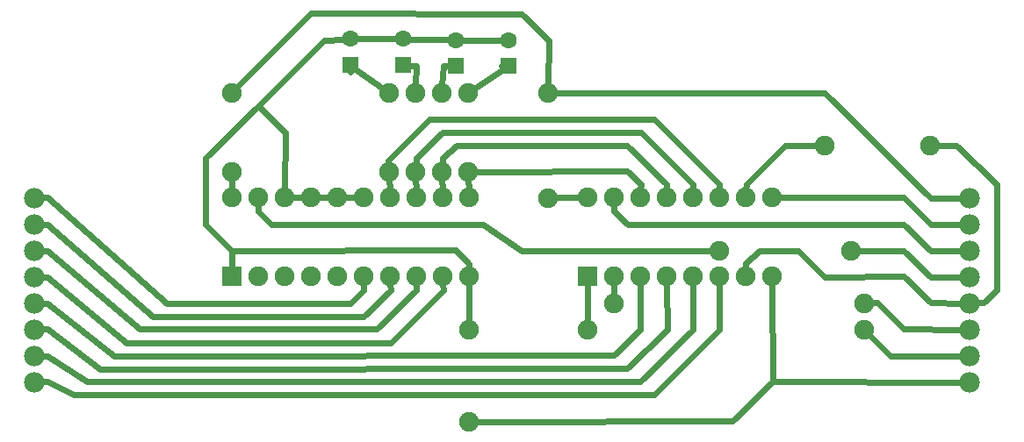
<source format=gbl>
G04 MADE WITH FRITZING*
G04 WWW.FRITZING.ORG*
G04 SINGLE SIDED*
G04 HOLES NOT PLATED*
G04 CONTOUR ON CENTER OF CONTOUR VECTOR*
%ASAXBY*%
%FSLAX23Y23*%
%MOIN*%
%OFA0B0*%
%SFA1.0B1.0*%
%ADD10C,0.078000*%
%ADD11C,0.075000*%
%ADD12C,0.062992*%
%ADD13R,0.075000X0.075000*%
%ADD14R,0.062992X0.062992*%
%ADD15C,0.024000*%
%LNCOPPER0*%
G90*
G70*
G54D10*
X3730Y984D03*
X3730Y884D03*
X3730Y784D03*
X3730Y684D03*
X3730Y584D03*
X3730Y484D03*
X3730Y384D03*
X3730Y284D03*
G54D11*
X2280Y484D03*
X3330Y484D03*
X2380Y584D03*
X3330Y584D03*
X2780Y784D03*
X3280Y784D03*
X2130Y984D03*
X2130Y1384D03*
X3180Y1184D03*
X3580Y1184D03*
X930Y1084D03*
X930Y1384D03*
X1830Y134D03*
X1830Y484D03*
X1724Y1084D03*
X1724Y1384D03*
X1524Y1084D03*
X1524Y1384D03*
X1624Y1084D03*
X1624Y1384D03*
X1824Y1084D03*
X1824Y1384D03*
G54D10*
X180Y984D03*
X180Y884D03*
X180Y784D03*
X180Y684D03*
X180Y584D03*
X180Y484D03*
X180Y384D03*
X180Y284D03*
G54D11*
X929Y687D03*
X929Y987D03*
X1029Y687D03*
X1029Y987D03*
X1129Y687D03*
X1129Y987D03*
X1229Y687D03*
X1229Y987D03*
X1329Y687D03*
X1329Y987D03*
X1429Y687D03*
X1429Y987D03*
X1529Y687D03*
X1529Y987D03*
X1629Y687D03*
X1629Y987D03*
X1729Y687D03*
X1729Y987D03*
X1829Y687D03*
X1829Y987D03*
X2279Y687D03*
X2279Y987D03*
X2379Y687D03*
X2379Y987D03*
X2479Y687D03*
X2479Y987D03*
X2579Y687D03*
X2579Y987D03*
X2679Y687D03*
X2679Y987D03*
X2779Y687D03*
X2779Y987D03*
X2879Y687D03*
X2879Y987D03*
X2979Y687D03*
X2979Y987D03*
G54D12*
X1980Y1486D03*
X1980Y1584D03*
X1380Y1490D03*
X1380Y1589D03*
X1580Y1490D03*
X1580Y1589D03*
X1780Y1486D03*
X1780Y1584D03*
G54D13*
X929Y687D03*
X2279Y687D03*
G54D14*
X1980Y1486D03*
X1380Y1490D03*
X1580Y1490D03*
X1780Y1486D03*
G54D15*
X2480Y483D02*
X2480Y658D01*
D02*
X481Y384D02*
X2380Y385D01*
D02*
X229Y584D02*
X481Y384D01*
D02*
X2380Y385D02*
X2480Y483D01*
D02*
X210Y584D02*
X229Y584D01*
D02*
X2581Y483D02*
X2430Y335D01*
D02*
X429Y334D02*
X229Y485D01*
D02*
X229Y485D02*
X210Y485D01*
D02*
X2430Y335D02*
X429Y334D01*
D02*
X2580Y658D02*
X2581Y483D01*
D02*
X2679Y483D02*
X2480Y285D01*
D02*
X379Y285D02*
X229Y384D01*
D02*
X229Y384D02*
X210Y384D01*
D02*
X2480Y285D02*
X379Y285D01*
D02*
X2679Y658D02*
X2679Y483D01*
D02*
X2779Y483D02*
X2531Y235D01*
D02*
X330Y235D02*
X229Y285D01*
D02*
X229Y285D02*
X210Y285D01*
D02*
X2531Y235D02*
X330Y235D01*
D02*
X2779Y658D02*
X2779Y483D01*
D02*
X1680Y1284D02*
X2531Y1284D01*
D02*
X2780Y1035D02*
X2780Y1015D01*
D02*
X1522Y1128D02*
X1680Y1284D01*
D02*
X2531Y1284D02*
X2780Y1035D01*
D02*
X1523Y1113D02*
X1522Y1128D01*
D02*
X1528Y1015D02*
X1526Y1056D01*
D02*
X1730Y1234D02*
X2481Y1234D01*
D02*
X2680Y1035D02*
X2680Y1015D01*
D02*
X1630Y1136D02*
X1730Y1234D01*
D02*
X1627Y1113D02*
X1630Y1136D01*
D02*
X2481Y1234D02*
X2680Y1035D01*
D02*
X1730Y1136D02*
X1781Y1183D01*
D02*
X2579Y1035D02*
X2579Y1015D01*
D02*
X1781Y1183D02*
X2430Y1183D01*
D02*
X1728Y1113D02*
X1730Y1136D01*
D02*
X2430Y1183D02*
X2579Y1035D01*
D02*
X1728Y1015D02*
X1726Y1056D01*
D02*
X2481Y1035D02*
X2480Y1015D01*
D02*
X1853Y1084D02*
X2430Y1085D01*
D02*
X2430Y1085D02*
X2481Y1035D01*
D02*
X1828Y1015D02*
X1826Y1056D01*
D02*
X1731Y633D02*
X1730Y658D01*
D02*
X230Y684D02*
X530Y433D01*
D02*
X530Y433D02*
X1531Y433D01*
D02*
X1531Y433D02*
X1731Y633D01*
D02*
X210Y684D02*
X230Y684D01*
D02*
X1630Y633D02*
X1630Y658D01*
D02*
X580Y485D02*
X1479Y485D01*
D02*
X230Y783D02*
X580Y485D01*
D02*
X1479Y485D02*
X1630Y633D01*
D02*
X210Y784D02*
X230Y783D01*
D02*
X1531Y633D02*
X1530Y658D01*
D02*
X629Y534D02*
X1430Y534D01*
D02*
X230Y882D02*
X629Y534D01*
D02*
X1430Y534D02*
X1531Y633D01*
D02*
X210Y883D02*
X230Y882D01*
D02*
X1430Y633D02*
X1430Y658D01*
D02*
X681Y584D02*
X1380Y584D01*
D02*
X230Y986D02*
X681Y584D01*
D02*
X1380Y584D02*
X1430Y633D01*
D02*
X210Y985D02*
X230Y986D01*
D02*
X1626Y1056D02*
X1628Y1015D01*
D02*
X1630Y1485D02*
X1606Y1487D01*
D02*
X1626Y1413D02*
X1630Y1485D01*
D02*
X1731Y1485D02*
X1753Y1485D01*
D02*
X1726Y1413D02*
X1731Y1485D01*
D02*
X1380Y1486D02*
X1501Y1401D01*
D02*
X1380Y1463D02*
X1380Y1486D01*
D02*
X1979Y1486D02*
X1848Y1400D01*
D02*
X1953Y1486D02*
X1979Y1486D01*
D02*
X2881Y1035D02*
X2880Y1015D01*
D02*
X3029Y1183D02*
X2881Y1035D01*
D02*
X3151Y1184D02*
X3029Y1183D01*
D02*
X3480Y986D02*
X3581Y884D01*
D02*
X3581Y884D02*
X3700Y884D01*
D02*
X3008Y987D02*
X3480Y986D01*
D02*
X2981Y285D02*
X2980Y658D01*
D02*
X3700Y284D02*
X2981Y285D01*
D02*
X3430Y384D02*
X3350Y464D01*
D02*
X3700Y384D02*
X3430Y384D01*
D02*
X2280Y513D02*
X2280Y658D01*
D02*
X2380Y613D02*
X2380Y658D01*
D02*
X3480Y485D02*
X3700Y484D01*
D02*
X3380Y585D02*
X3480Y485D01*
D02*
X3358Y585D02*
X3380Y585D01*
D02*
X2028Y783D02*
X2751Y784D01*
D02*
X1881Y882D02*
X2028Y783D01*
D02*
X1028Y933D02*
X1080Y884D01*
D02*
X1080Y884D02*
X1881Y882D01*
D02*
X1829Y734D02*
X1829Y715D01*
D02*
X1780Y785D02*
X1829Y734D01*
D02*
X1029Y958D02*
X1028Y933D01*
D02*
X928Y783D02*
X1780Y785D01*
D02*
X929Y715D02*
X928Y783D01*
D02*
X3480Y784D02*
X3308Y784D01*
D02*
X3581Y683D02*
X3480Y784D01*
D02*
X3700Y684D02*
X3581Y683D01*
D02*
X2131Y1584D02*
X2028Y1683D01*
D02*
X3179Y1384D02*
X3581Y984D01*
D02*
X3581Y984D02*
X3700Y984D01*
D02*
X1230Y1685D02*
X2028Y1683D01*
D02*
X2130Y1413D02*
X2131Y1584D01*
D02*
X950Y1405D02*
X1230Y1685D01*
D02*
X2158Y1384D02*
X3179Y1384D01*
D02*
X2251Y986D02*
X2158Y985D01*
D02*
X1201Y987D02*
X1158Y987D01*
D02*
X1258Y987D02*
X1301Y987D01*
D02*
X1358Y987D02*
X1401Y987D01*
D02*
X2829Y136D02*
X2981Y285D01*
D02*
X1858Y134D02*
X2829Y136D01*
D02*
X2880Y736D02*
X2880Y715D01*
D02*
X3581Y585D02*
X3480Y685D01*
D02*
X3480Y685D02*
X3180Y683D01*
D02*
X3700Y584D02*
X3581Y585D01*
D02*
X2932Y783D02*
X2880Y736D01*
D02*
X3080Y783D02*
X2932Y783D01*
D02*
X3180Y683D02*
X3080Y783D01*
D02*
X3781Y585D02*
X3831Y634D01*
D02*
X3760Y585D02*
X3781Y585D01*
D02*
X3679Y1184D02*
X3608Y1184D01*
D02*
X3831Y1035D02*
X3679Y1184D01*
D02*
X3831Y634D02*
X3831Y1035D01*
D02*
X1553Y1589D02*
X1407Y1589D01*
D02*
X1607Y1588D02*
X1753Y1585D01*
D02*
X1807Y1584D02*
X1953Y1584D01*
D02*
X1131Y1234D02*
X1130Y1015D01*
D02*
X1028Y1333D02*
X1131Y1234D01*
D02*
X1279Y1583D02*
X1028Y1333D01*
D02*
X1353Y1587D02*
X1279Y1583D01*
D02*
X930Y1015D02*
X930Y1056D01*
D02*
X829Y884D02*
X928Y783D01*
D02*
X829Y1135D02*
X829Y884D01*
D02*
X1028Y1333D02*
X829Y1135D01*
D02*
X1830Y658D02*
X1830Y513D01*
D02*
X2379Y934D02*
X2379Y958D01*
D02*
X2431Y882D02*
X2379Y934D01*
D02*
X3480Y883D02*
X2431Y882D01*
D02*
X3581Y784D02*
X3480Y883D01*
D02*
X3700Y784D02*
X3581Y784D01*
G04 End of Copper0*
M02*
</source>
